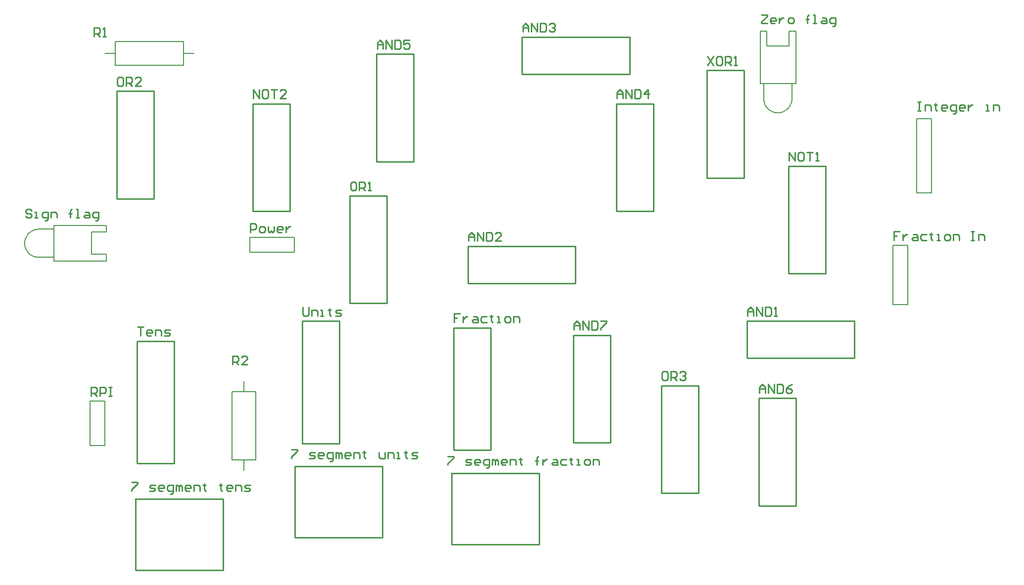
<source format=gto>
%FSTAX23Y23*%
%MOIN*%
%SFA1B1*%

%IPPOS*%
%ADD10C,0.005000*%
%ADD11C,0.007870*%
%ADD12C,0.010000*%
%LNpcb1-1*%
%LPD*%
G54D10*
X05705Y04305D02*
D01*
X05705Y04298*
X05705Y04291*
X05707Y04285*
X05708Y04278*
X0571Y04272*
X05713Y04266*
X05716Y0426*
X05719Y04254*
X05723Y04249*
X05727Y04243*
X05731Y04239*
X05736Y04234*
X05741Y0423*
X05746Y04226*
X05752Y04222*
X05758Y04219*
X05764Y04216*
X0577Y04214*
X05777Y04212*
X05783Y04211*
X0579Y0421*
X05796Y0421*
X05803*
X05809Y0421*
X05816Y04211*
X05822Y04212*
X05829Y04214*
X05835Y04216*
X05841Y04219*
X05847Y04222*
X05853Y04226*
X05858Y0423*
X05863Y04234*
X05868Y04239*
X05872Y04243*
X05876Y04249*
X0588Y04254*
X05883Y0426*
X05886Y04266*
X05889Y04272*
X05891Y04278*
X05892Y04285*
X05894Y04291*
X05894Y04298*
X05895Y04305*
X0082Y03425D02*
D01*
X00813Y03424*
X00806Y03424*
X008Y03422*
X00793Y03421*
X00787Y03419*
X00781Y03416*
X00775Y03413*
X00769Y0341*
X00764Y03406*
X00758Y03402*
X00754Y03398*
X00749Y03393*
X00745Y03388*
X00741Y03383*
X00737Y03377*
X00734Y03371*
X00731Y03365*
X00729Y03359*
X00727Y03352*
X00726Y03346*
X00725Y03339*
X00725Y03333*
Y03326*
X00725Y0332*
X00726Y03313*
X00727Y03307*
X00729Y033*
X00731Y03294*
X00734Y03288*
X00737Y03282*
X00741Y03276*
X00745Y03271*
X00749Y03266*
X00754Y03261*
X00758Y03257*
X00764Y03253*
X00769Y03249*
X00775Y03246*
X00781Y03243*
X00787Y0324*
X00793Y03238*
X008Y03237*
X00806Y03235*
X00813Y03235*
X0082Y03235*
X0568Y04405D02*
Y0476D01*
Y04405D02*
X0592D01*
Y0476*
X05705Y04305D02*
Y04405D01*
X05895Y04305D02*
Y04405D01*
X0568Y0476D02*
X05725D01*
Y0466D02*
Y0476D01*
Y0466D02*
X05875D01*
Y0476*
X0592*
X0092Y0345D02*
X01275D01*
X0092Y0321D02*
Y0345D01*
Y0321D02*
X01275D01*
X0082Y03425D02*
X0092D01*
X0082Y03235D02*
X0092D01*
X01275Y03405D02*
Y0345D01*
X01175Y03405D02*
X01275D01*
X01175Y03255D02*
Y03405D01*
Y03255D02*
X01275D01*
Y0321D02*
Y03255D01*
G54D11*
X01795Y0461D02*
X01865D01*
X01265D02*
X01335D01*
Y0453D02*
Y0469D01*
Y0453D02*
X01795D01*
Y0469*
X01335D02*
X01795D01*
X022Y018D02*
Y0187D01*
Y0233D02*
Y024D01*
X0212Y0233D02*
X0228D01*
X0212Y0187D02*
Y0233D01*
Y0187D02*
X0228D01*
Y0233*
X06575Y02915D02*
X06675D01*
X06575D02*
Y03315D01*
X06675Y02915D02*
Y03315D01*
X06575D02*
X06675D01*
X01265Y01965D02*
Y02265D01*
X01165D02*
X01265D01*
X01165Y01965D02*
Y02265D01*
Y01965D02*
X01265D01*
X0224Y0337D02*
X0254D01*
X0224Y0327D02*
Y0337D01*
Y0327D02*
X0254D01*
Y0337*
X06735Y0417D02*
X06835D01*
Y0367D02*
Y0417D01*
X06735Y0367D02*
Y0417D01*
Y0367D02*
X06835D01*
G54D12*
X03599Y0178D02*
X0419D01*
Y013D02*
Y0178D01*
X036Y013D02*
X0419D01*
X036D02*
Y0178D01*
X02544Y01825D02*
X03135D01*
Y01345D02*
Y01825D01*
X02545Y01345D02*
X03135D01*
X02545D02*
Y01825D01*
X01469Y01605D02*
X0206D01*
Y01125D02*
Y01605D01*
X0147Y01125D02*
X0206D01*
X0147D02*
Y01605D01*
X02595Y0198D02*
Y02805D01*
Y0198D02*
X02845D01*
X02595Y02805D02*
X02845D01*
Y0198D02*
Y02805D01*
X03615Y01935D02*
Y0276D01*
Y01935D02*
X03865D01*
X03615Y0276D02*
X03865D01*
Y01935D02*
Y0276D01*
X0148Y01845D02*
Y0267D01*
Y01845D02*
X0173D01*
X0148Y0267D02*
X0173D01*
Y01845D02*
Y0267D01*
X0226Y0427D02*
X0251D01*
X0226Y03545D02*
Y0427D01*
Y03545D02*
X0251D01*
Y0427*
X048Y0447D02*
Y0472D01*
X04075D02*
X048D01*
X04075Y0447D02*
Y0472D01*
Y0447D02*
X048D01*
X03095Y04605D02*
X03345D01*
X03095Y0388D02*
Y04605D01*
Y0388D02*
X03345D01*
Y04605*
X0471Y0427D02*
X0496D01*
X0471Y03545D02*
Y0427D01*
Y03545D02*
X0496D01*
Y0427*
X0567Y02285D02*
X0592D01*
X0567Y0156D02*
Y02285D01*
Y0156D02*
X0592D01*
Y02285*
X0442Y0271D02*
X0467D01*
X0442Y01985D02*
Y0271D01*
Y01985D02*
X0467D01*
Y0271*
X01345Y04355D02*
X01595D01*
X01345Y0363D02*
Y04355D01*
Y0363D02*
X01595D01*
Y04355*
X05015Y0237D02*
X05265D01*
X05015Y01645D02*
Y0237D01*
Y01645D02*
X05265D01*
Y0237*
X0559Y02555D02*
Y02805D01*
Y02555D02*
X06315D01*
Y02805*
X0559D02*
X06315D01*
X0587Y03125D02*
X0612D01*
Y0385*
X0587D02*
X0612D01*
X0587Y03125D02*
Y0385D01*
X04435Y0306D02*
Y0331D01*
X0371D02*
X04435D01*
X0371Y0306D02*
Y0331D01*
Y0306D02*
X04435D01*
X02915Y02925D02*
X03165D01*
Y0365*
X02915D02*
X03165D01*
X02915Y02925D02*
Y0365D01*
X0532Y0377D02*
X0557D01*
Y04495*
X0532D02*
X0557D01*
X0532Y0377D02*
Y04495D01*
X02126Y02512D02*
Y02571D01*
X02155*
X02165Y02561*
Y02541*
X02155Y02531*
X02126*
X02145D02*
X02165Y02512D01*
X02225D02*
X02185D01*
X02225Y02551*
Y02561*
X02215Y02571*
X02195*
X02185Y02561*
X01193Y04724D02*
Y04783D01*
X01222*
X01232Y04773*
Y04753*
X01222Y04743*
X01193*
X01212D02*
X01232Y04724D01*
X01252D02*
X01272D01*
X01262*
Y04783*
X01252Y04773*
X02521Y01939D02*
X0256D01*
Y01929*
X02521Y0189*
Y0188*
X0264D02*
X0267D01*
X0268Y0189*
X0267Y01899*
X0265*
X0264Y01909*
X0265Y01919*
X0268*
X0273Y0188D02*
X0271D01*
X027Y0189*
Y01909*
X0271Y01919*
X0273*
X0274Y01909*
Y01899*
X027*
X0278Y0186D02*
X0279D01*
X028Y0187*
Y01919*
X0277*
X0276Y01909*
Y0189*
X0277Y0188*
X028*
X0282D02*
Y01919D01*
X0283*
X0284Y01909*
Y0188*
Y01909*
X0285Y01919*
X0286Y01909*
Y0188*
X0291D02*
X0289D01*
X0288Y0189*
Y01909*
X0289Y01919*
X0291*
X0292Y01909*
Y01899*
X0288*
X0294Y0188D02*
Y01919D01*
X0297*
X0298Y01909*
Y0188*
X0301Y01929D02*
Y01919D01*
X03*
X0302*
X0301*
Y0189*
X0302Y0188*
X0311Y01919D02*
Y0189D01*
X0312Y0188*
X0315*
Y01919*
X0317Y0188D02*
Y01919D01*
X032*
X0321Y01909*
Y0188*
X0323D02*
X0325D01*
X0324*
Y01919*
X0323*
X0329Y01929D02*
Y01919D01*
X0328*
X033*
X0329*
Y0189*
X033Y0188*
X0333D02*
X0336D01*
X0337Y0189*
X0336Y01899*
X0334*
X0333Y01909*
X0334Y01919*
X0337*
X01446Y01719D02*
X01485D01*
Y01709*
X01446Y0167*
Y0166*
X01565D02*
X01595D01*
X01605Y0167*
X01595Y01679*
X01575*
X01565Y01689*
X01575Y01699*
X01605*
X01655Y0166D02*
X01635D01*
X01625Y0167*
Y01689*
X01635Y01699*
X01655*
X01665Y01689*
Y01679*
X01625*
X01705Y0164D02*
X01715D01*
X01725Y0165*
Y01699*
X01695*
X01685Y01689*
Y0167*
X01695Y0166*
X01725*
X01745D02*
Y01699D01*
X01755*
X01765Y01689*
Y0166*
Y01689*
X01775Y01699*
X01785Y01689*
Y0166*
X01835D02*
X01815D01*
X01805Y0167*
Y01689*
X01815Y01699*
X01835*
X01845Y01689*
Y01679*
X01805*
X01865Y0166D02*
Y01699D01*
X01895*
X01905Y01689*
Y0166*
X01935Y01709D02*
Y01699D01*
X01925*
X01945*
X01935*
Y0167*
X01945Y0166*
X02045Y01709D02*
Y01699D01*
X02035*
X02055*
X02045*
Y0167*
X02055Y0166*
X02115D02*
X02095D01*
X02085Y0167*
Y01689*
X02095Y01699*
X02115*
X02125Y01689*
Y01679*
X02085*
X02145Y0166D02*
Y01699D01*
X02175*
X02185Y01689*
Y0166*
X02205D02*
X02235D01*
X02245Y0167*
X02235Y01679*
X02215*
X02205Y01689*
X02215Y01699*
X02245*
X03576Y01894D02*
X03615D01*
Y01884*
X03576Y01845*
Y01835*
X03695D02*
X03725D01*
X03735Y01845*
X03725Y01854*
X03705*
X03695Y01864*
X03705Y01874*
X03735*
X03785Y01835D02*
X03765D01*
X03755Y01845*
Y01864*
X03765Y01874*
X03785*
X03795Y01864*
Y01854*
X03755*
X03835Y01815D02*
X03845D01*
X03855Y01825*
Y01874*
X03825*
X03815Y01864*
Y01845*
X03825Y01835*
X03855*
X03875D02*
Y01874D01*
X03885*
X03895Y01864*
Y01835*
Y01864*
X03905Y01874*
X03915Y01864*
Y01835*
X03965D02*
X03945D01*
X03935Y01845*
Y01864*
X03945Y01874*
X03965*
X03975Y01864*
Y01854*
X03935*
X03995Y01835D02*
Y01874D01*
X04025*
X04035Y01864*
Y01835*
X04065Y01884D02*
Y01874D01*
X04055*
X04075*
X04065*
Y01845*
X04075Y01835*
X04175D02*
Y01884D01*
Y01864*
X04165*
X04185*
X04175*
Y01884*
X04185Y01894*
X04215Y01874D02*
Y01835D01*
Y01854*
X04225Y01864*
X04235Y01874*
X04245*
X04285D02*
X04305D01*
X04315Y01864*
Y01835*
X04285*
X04275Y01845*
X04285Y01854*
X04315*
X04375Y01874D02*
X04345D01*
X04335Y01864*
Y01845*
X04345Y01835*
X04375*
X04405Y01884D02*
Y01874D01*
X04395*
X04415*
X04405*
Y01845*
X04415Y01835*
X04445D02*
X04465D01*
X04455*
Y01874*
X04445*
X04505Y01835D02*
X04525D01*
X04535Y01845*
Y01864*
X04525Y01874*
X04505*
X04495Y01864*
Y01845*
X04505Y01835*
X04555D02*
Y01874D01*
X04585*
X04595Y01864*
Y01835*
X02599Y029D02*
Y0285D01*
X02609Y0284*
X02629*
X02639Y0285*
Y029*
X02659Y0284D02*
Y0288D01*
X02689*
X02699Y0287*
Y0284*
X02719D02*
X02739D01*
X02729*
Y0288*
X02719*
X02779Y0289D02*
Y0288D01*
X02769*
X02789*
X02779*
Y0285*
X02789Y0284*
X02819D02*
X02849D01*
X02859Y0285*
X02849Y0286*
X02829*
X02819Y0287*
X02829Y0288*
X02859*
X01484Y02765D02*
X01524D01*
X01504*
Y02705*
X01574D02*
X01554D01*
X01544Y02715*
Y02735*
X01554Y02745*
X01574*
X01584Y02735*
Y02725*
X01544*
X01604Y02705D02*
Y02745D01*
X01634*
X01644Y02735*
Y02705*
X01664D02*
X01694D01*
X01704Y02715*
X01694Y02725*
X01674*
X01664Y02735*
X01674Y02745*
X01704*
X01171Y02299D02*
Y02358D01*
X012*
X0121Y02348*
Y02328*
X012Y02318*
X01171*
X0119D02*
X0121Y02299D01*
X0123D02*
Y02358D01*
X0126*
X0127Y02348*
Y02328*
X0126Y02318*
X0123*
X0129Y02358D02*
X0131D01*
X013*
Y02299*
X0129*
X0131*
X03659Y02855D02*
X03619D01*
Y02825*
X03639*
X03619*
Y02795*
X03679Y02835D02*
Y02795D01*
Y02815*
X03689Y02825*
X03699Y02835*
X03709*
X03749D02*
X03769D01*
X03779Y02825*
Y02795*
X03749*
X03739Y02805*
X03749Y02815*
X03779*
X03839Y02835D02*
X03809D01*
X03799Y02825*
Y02805*
X03809Y02795*
X03839*
X03869Y02845D02*
Y02835D01*
X03859*
X03879*
X03869*
Y02805*
X03879Y02795*
X03909D02*
X03929D01*
X03919*
Y02835*
X03909*
X03969Y02795D02*
X03989D01*
X03999Y02805*
Y02825*
X03989Y02835*
X03969*
X03959Y02825*
Y02805*
X03969Y02795*
X04019D02*
Y02835D01*
X04049*
X04059Y02825*
Y02795*
X0662Y03408D02*
X06581D01*
Y03378*
X066*
X06581*
Y03349*
X0664Y03388D02*
Y03349D01*
Y03368*
X0665Y03378*
X0666Y03388*
X0667*
X0671D02*
X0673D01*
X0674Y03378*
Y03349*
X0671*
X067Y03359*
X0671Y03368*
X0674*
X068Y03388D02*
X0677D01*
X0676Y03378*
Y03359*
X0677Y03349*
X068*
X0683Y03398D02*
Y03388D01*
X0682*
X0684*
X0683*
Y03359*
X0684Y03349*
X0687D02*
X0689D01*
X0688*
Y03388*
X0687*
X0693Y03349D02*
X0695D01*
X0696Y03359*
Y03378*
X0695Y03388*
X0693*
X0692Y03378*
Y03359*
X0693Y03349*
X0698D02*
Y03388D01*
X0701*
X0702Y03378*
Y03349*
X071Y03408D02*
X0712D01*
X0711*
Y03349*
X071*
X0712*
X0715D02*
Y03388D01*
X0718*
X0719Y03378*
Y03349*
X00771Y03551D02*
X00761Y03561D01*
X00742*
X00732Y03551*
Y03541*
X00742Y03531*
X00761*
X00771Y03521*
Y03512*
X00761Y03502*
X00742*
X00732Y03512*
X00791Y03502D02*
X00811D01*
X00801*
Y03541*
X00791*
X00861Y03482D02*
X00871D01*
X00881Y03492*
Y03541*
X00851*
X00841Y03531*
Y03512*
X00851Y03502*
X00881*
X00901D02*
Y03541D01*
X00931*
X00941Y03531*
Y03502*
X01031D02*
Y03551D01*
Y03531*
X01021*
X01041*
X01031*
Y03551*
X01041Y03561*
X01071Y03502D02*
X01091D01*
X01081*
Y03561*
X01071*
X01131Y03541D02*
X01151D01*
X01161Y03531*
Y03502*
X01131*
X01121Y03512*
X01131Y03521*
X01161*
X01201Y03482D02*
X01211D01*
X01221Y03492*
Y03541*
X01191*
X01181Y03531*
Y03512*
X01191Y03502*
X01221*
X05688Y04871D02*
X05727D01*
Y04861*
X05688Y04822*
Y04812*
X05727*
X05777D02*
X05757D01*
X05747Y04822*
Y04841*
X05757Y04851*
X05777*
X05787Y04841*
Y04831*
X05747*
X05807Y04851D02*
Y04812D01*
Y04831*
X05817Y04841*
X05827Y04851*
X05837*
X05877Y04812D02*
X05897D01*
X05907Y04822*
Y04841*
X05897Y04851*
X05877*
X05867Y04841*
Y04822*
X05877Y04812*
X05997D02*
Y04861D01*
Y04841*
X05987*
X06007*
X05997*
Y04861*
X06007Y04871*
X06037Y04812D02*
X06057D01*
X06047*
Y04871*
X06037*
X06097Y04851D02*
X06117D01*
X06127Y04841*
Y04812*
X06097*
X06087Y04822*
X06097Y04831*
X06127*
X06167Y04792D02*
X06177D01*
X06187Y04802*
Y04851*
X06157*
X06147Y04841*
Y04822*
X06157Y04812*
X06187*
X05049Y02465D02*
X05029D01*
X05019Y02455*
Y02415*
X05029Y02405*
X05049*
X05059Y02415*
Y02455*
X05049Y02465*
X05079Y02405D02*
Y02465D01*
X05109*
X05119Y02455*
Y02435*
X05109Y02425*
X05079*
X05099D02*
X05119Y02405D01*
X05139Y02455D02*
X05149Y02465D01*
X05169*
X05179Y02455*
Y02445*
X05169Y02435*
X05159*
X05169*
X05179Y02425*
Y02415*
X05169Y02405*
X05149*
X05139Y02415*
X01379Y0445D02*
X01359D01*
X01349Y0444*
Y044*
X01359Y0439*
X01379*
X01389Y044*
Y0444*
X01379Y0445*
X01409Y0439D02*
Y0445D01*
X01439*
X01449Y0444*
Y0442*
X01439Y0441*
X01409*
X01429D02*
X01449Y0439D01*
X01509D02*
X01469D01*
X01509Y0443*
Y0444*
X01499Y0445*
X01479*
X01469Y0444*
X02264Y04305D02*
Y04365D01*
X02304Y04305*
Y04365*
X02354D02*
X02334D01*
X02324Y04355*
Y04315*
X02334Y04305*
X02354*
X02364Y04315*
Y04355*
X02354Y04365*
X02384D02*
X02424D01*
X02404*
Y04305*
X02484D02*
X02444D01*
X02484Y04345*
Y04355*
X02474Y04365*
X02454*
X02444Y04355*
X06741Y04283D02*
X0676D01*
X06751*
Y04224*
X06741*
X0676*
X0679D02*
Y04263D01*
X0682*
X0683Y04253*
Y04224*
X0686Y04273D02*
Y04263D01*
X0685*
X0687*
X0686*
Y04234*
X0687Y04224*
X0693D02*
X0691D01*
X069Y04234*
Y04253*
X0691Y04263*
X0693*
X0694Y04253*
Y04243*
X069*
X0698Y04204D02*
X0699D01*
X07Y04214*
Y04263*
X0697*
X0696Y04253*
Y04234*
X0697Y04224*
X07*
X0705D02*
X0703D01*
X0702Y04234*
Y04253*
X0703Y04263*
X0705*
X0706Y04253*
Y04243*
X0702*
X0708Y04263D02*
Y04224D01*
Y04243*
X0709Y04253*
X071Y04263*
X0711*
X072Y04224D02*
X0722D01*
X0721*
Y04263*
X072*
X0725Y04224D02*
Y04263D01*
X0728*
X0729Y04253*
Y04224*
X04424Y02745D02*
Y02785D01*
X04444Y02805*
X04464Y02785*
Y02745*
Y02775*
X04424*
X04484Y02745D02*
Y02805D01*
X04524Y02745*
Y02805*
X04544D02*
Y02745D01*
X04574*
X04584Y02755*
Y02795*
X04574Y02805*
X04544*
X04604D02*
X04644D01*
Y02795*
X04604Y02755*
Y02745*
X05674Y0232D02*
Y0236D01*
X05694Y0238*
X05714Y0236*
Y0232*
Y0235*
X05674*
X05734Y0232D02*
Y0238D01*
X05774Y0232*
Y0238*
X05794D02*
Y0232D01*
X05824*
X05834Y0233*
Y0237*
X05824Y0238*
X05794*
X05894D02*
X05874Y0237D01*
X05854Y0235*
Y0233*
X05864Y0232*
X05884*
X05894Y0233*
Y0234*
X05884Y0235*
X05854*
X031Y0464D02*
Y04679D01*
X03119Y04699*
X03139Y04679*
Y0464*
Y04669*
X031*
X03159Y0464D02*
Y04699D01*
X03199Y0464*
Y04699*
X03219D02*
Y0464D01*
X03249*
X03259Y0465*
Y04689*
X03249Y04699*
X03219*
X03319D02*
X03279D01*
Y04669*
X03299Y04679*
X03309*
X03319Y04669*
Y0465*
X03309Y0464*
X03289*
X03279Y0465*
X04714Y04305D02*
Y04345D01*
X04734Y04365*
X04754Y04345*
Y04305*
Y04335*
X04714*
X04774Y04305D02*
Y04365D01*
X04814Y04305*
Y04365*
X04834D02*
Y04305D01*
X04864*
X04874Y04315*
Y04355*
X04864Y04365*
X04834*
X04924Y04305D02*
Y04365D01*
X04894Y04335*
X04934*
X0408Y04755D02*
Y04794D01*
X04099Y04814*
X04119Y04794*
Y04755*
Y04784*
X0408*
X04139Y04755D02*
Y04814D01*
X04179Y04755*
Y04814*
X04199D02*
Y04755D01*
X04229*
X04239Y04765*
Y04804*
X04229Y04814*
X04199*
X04259Y04804D02*
X04269Y04814D01*
X04289*
X04299Y04804*
Y04794*
X04289Y04784*
X04279*
X04289*
X04299Y04774*
Y04765*
X04289Y04755*
X04269*
X04259Y04765*
X05325Y04589D02*
X05364Y0453D01*
Y04589D02*
X05325Y0453D01*
X05414Y04589D02*
X05394D01*
X05384Y04579*
Y0454*
X05394Y0453*
X05414*
X05424Y0454*
Y04579*
X05414Y04589*
X05444Y0453D02*
Y04589D01*
X05474*
X05484Y04579*
Y04559*
X05474Y04549*
X05444*
X05464D02*
X05484Y0453D01*
X05504D02*
X05524D01*
X05514*
Y04589*
X05504Y04579*
X02246Y03404D02*
Y03463D01*
X02275*
X02285Y03453*
Y03433*
X02275Y03423*
X02246*
X02315Y03404D02*
X02335D01*
X02345Y03414*
Y03433*
X02335Y03443*
X02315*
X02305Y03433*
Y03414*
X02315Y03404*
X02365Y03443D02*
Y03414D01*
X02375Y03404*
X02385Y03414*
X02395Y03404*
X02405Y03414*
Y03443*
X02455Y03404D02*
X02435D01*
X02425Y03414*
Y03433*
X02435Y03443*
X02455*
X02465Y03433*
Y03423*
X02425*
X02485Y03443D02*
Y03404D01*
Y03423*
X02495Y03433*
X02505Y03443*
X02515*
X02949Y03744D02*
X0293D01*
X0292Y03734*
Y03695*
X0293Y03685*
X02949*
X02959Y03695*
Y03734*
X02949Y03744*
X02979Y03685D02*
Y03744D01*
X03009*
X03019Y03734*
Y03714*
X03009Y03704*
X02979*
X02999D02*
X03019Y03685D01*
X03039D02*
X03059D01*
X03049*
Y03744*
X03039Y03734*
X05875Y03885D02*
Y03944D01*
X05914Y03885*
Y03944*
X05964D02*
X05944D01*
X05934Y03934*
Y03895*
X05944Y03885*
X05964*
X05974Y03895*
Y03934*
X05964Y03944*
X05994D02*
X06034D01*
X06014*
Y03885*
X06054D02*
X06074D01*
X06064*
Y03944*
X06054Y03934*
X03715Y03345D02*
Y03384D01*
X03734Y03404*
X03754Y03384*
Y03345*
Y03374*
X03715*
X03774Y03345D02*
Y03404D01*
X03814Y03345*
Y03404*
X03834D02*
Y03345D01*
X03864*
X03874Y03355*
Y03394*
X03864Y03404*
X03834*
X03934Y03345D02*
X03894D01*
X03934Y03384*
Y03394*
X03924Y03404*
X03904*
X03894Y03394*
X05595Y0284D02*
Y02879D01*
X05614Y02899*
X05634Y02879*
Y0284*
Y02869*
X05595*
X05654Y0284D02*
Y02899D01*
X05694Y0284*
Y02899*
X05714D02*
Y0284D01*
X05744*
X05754Y0285*
Y02889*
X05744Y02899*
X05714*
X05774Y0284D02*
X05794D01*
X05784*
Y02899*
X05774Y02889*
M02*
</source>
